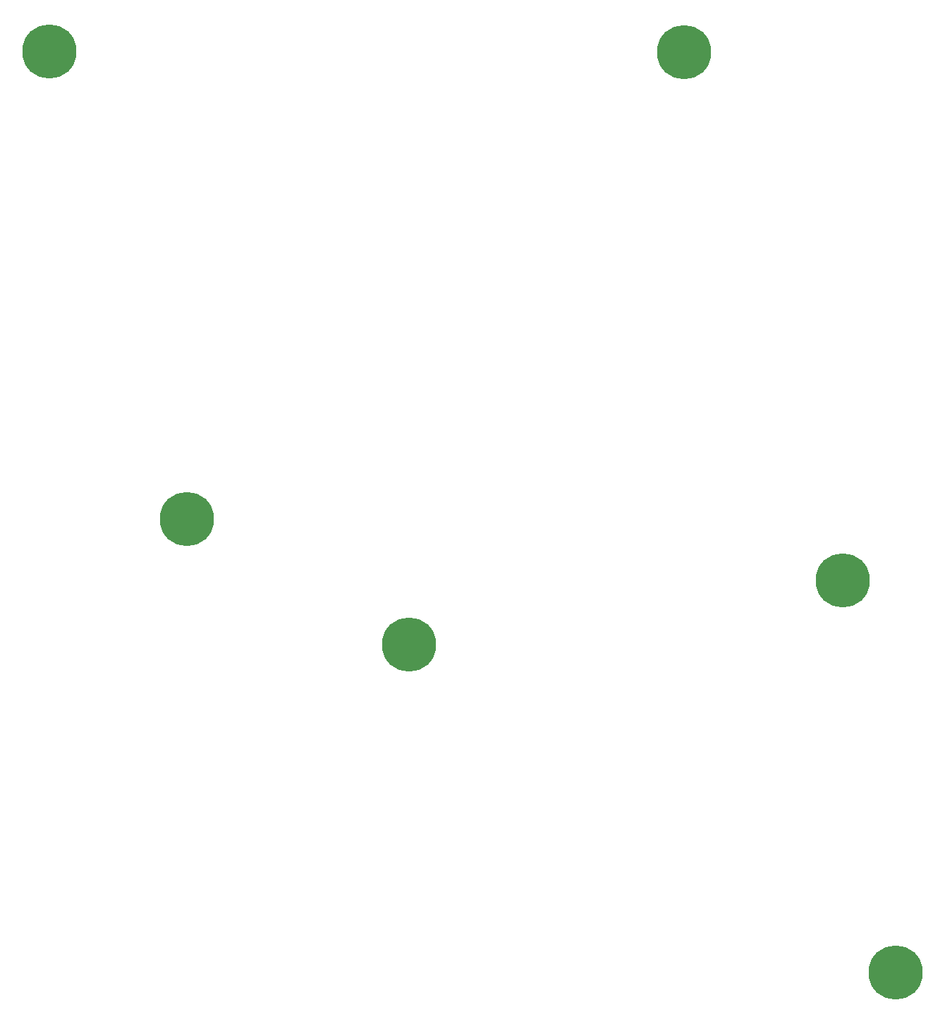
<source format=gtl>
G04 #@! TF.GenerationSoftware,KiCad,Pcbnew,(5.1.4-0)*
G04 #@! TF.CreationDate,2021-02-08T09:21:35-05:00*
G04 #@! TF.ProjectId,mxnatee_bot_plate,6d786e61-7465-4655-9f62-6f745f706c61,rev?*
G04 #@! TF.SameCoordinates,Original*
G04 #@! TF.FileFunction,Copper,L1,Top*
G04 #@! TF.FilePolarity,Positive*
%FSLAX46Y46*%
G04 Gerber Fmt 4.6, Leading zero omitted, Abs format (unit mm)*
G04 Created by KiCad (PCBNEW (5.1.4-0)) date 2021-02-08 09:21:35*
%MOMM*%
%LPD*%
G04 APERTURE LIST*
%ADD10C,6.500000*%
G04 APERTURE END LIST*
D10*
X103759000Y-35052000D03*
X122809000Y-98425000D03*
X129159000Y-145542000D03*
X70739000Y-106172000D03*
X44069000Y-91059000D03*
X27559000Y-34925000D03*
M02*

</source>
